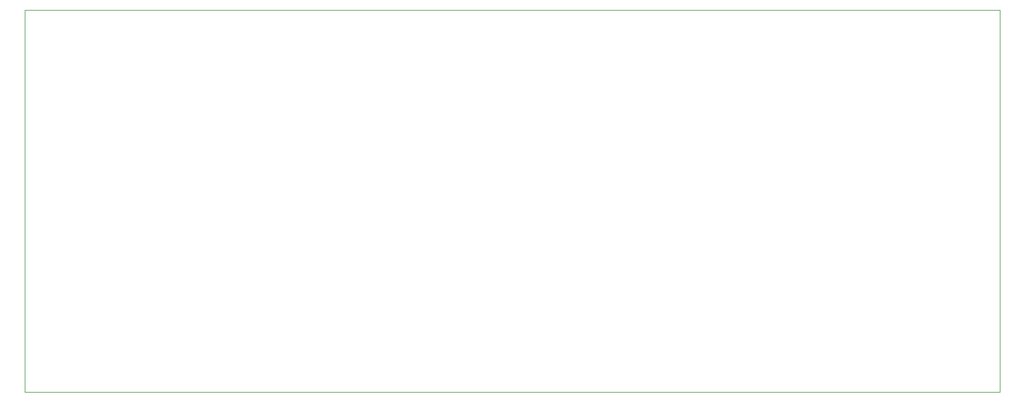
<source format=gm1>
%TF.GenerationSoftware,KiCad,Pcbnew,8.0.6*%
%TF.CreationDate,2025-02-07T14:21:58-05:00*%
%TF.ProjectId,SCAN,5343414e-2e6b-4696-9361-645f70636258,v1.0*%
%TF.SameCoordinates,Original*%
%TF.FileFunction,Profile,NP*%
%FSLAX46Y46*%
G04 Gerber Fmt 4.6, Leading zero omitted, Abs format (unit mm)*
G04 Created by KiCad (PCBNEW 8.0.6) date 2025-02-07 14:21:58*
%MOMM*%
%LPD*%
G01*
G04 APERTURE LIST*
%TA.AperFunction,Profile*%
%ADD10C,0.100000*%
%TD*%
G04 APERTURE END LIST*
D10*
X57000000Y-68000000D02*
X197000000Y-68000000D01*
X197000000Y-123000000D01*
X57000000Y-123000000D01*
X57000000Y-68000000D01*
M02*

</source>
